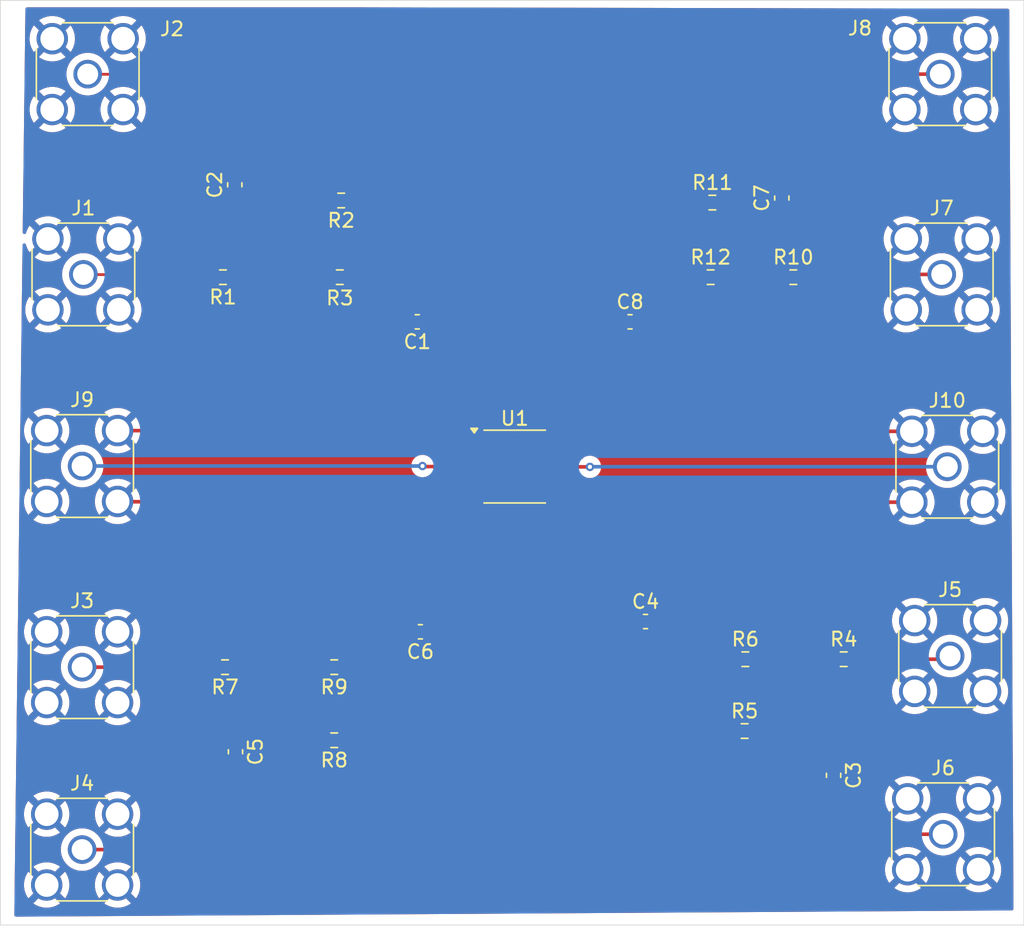
<source format=kicad_pcb>
(kicad_pcb
	(version 20241229)
	(generator "pcbnew")
	(generator_version "9.0")
	(general
		(thickness 1.6)
		(legacy_teardrops no)
	)
	(paper "A4")
	(layers
		(0 "F.Cu" power)
		(2 "B.Cu" signal)
		(9 "F.Adhes" user "F.Adhesive")
		(11 "B.Adhes" user "B.Adhesive")
		(13 "F.Paste" user)
		(15 "B.Paste" user)
		(5 "F.SilkS" user "F.Silkscreen")
		(7 "B.SilkS" user "B.Silkscreen")
		(1 "F.Mask" user)
		(3 "B.Mask" user)
		(17 "Dwgs.User" user "User.Drawings")
		(19 "Cmts.User" user "User.Comments")
		(21 "Eco1.User" user "User.Eco1")
		(23 "Eco2.User" user "User.Eco2")
		(25 "Edge.Cuts" user)
		(27 "Margin" user)
		(31 "F.CrtYd" user "F.Courtyard")
		(29 "B.CrtYd" user "B.Courtyard")
		(35 "F.Fab" user)
		(33 "B.Fab" user)
		(39 "User.1" user)
		(41 "User.2" user)
		(43 "User.3" user)
		(45 "User.4" user)
	)
	(setup
		(stackup
			(layer "F.SilkS"
				(type "Top Silk Screen")
			)
			(layer "F.Paste"
				(type "Top Solder Paste")
			)
			(layer "F.Mask"
				(type "Top Solder Mask")
				(thickness 0.01)
			)
			(layer "F.Cu"
				(type "copper")
				(thickness 0.035)
			)
			(layer "dielectric 1"
				(type "core")
				(thickness 1.51)
				(material "FR4")
				(epsilon_r 4.5)
				(loss_tangent 0.02)
			)
			(layer "B.Cu"
				(type "copper")
				(thickness 0.035)
			)
			(layer "B.Mask"
				(type "Bottom Solder Mask")
				(thickness 0.01)
			)
			(layer "B.Paste"
				(type "Bottom Solder Paste")
			)
			(layer "B.SilkS"
				(type "Bottom Silk Screen")
			)
			(copper_finish "None")
			(dielectric_constraints no)
		)
		(pad_to_mask_clearance 0)
		(allow_soldermask_bridges_in_footprints no)
		(tenting front back)
		(pcbplotparams
			(layerselection 0x00000000_00000000_55555555_5755f5ff)
			(plot_on_all_layers_selection 0x00000000_00000000_00000000_00000000)
			(disableapertmacros no)
			(usegerberextensions no)
			(usegerberattributes yes)
			(usegerberadvancedattributes yes)
			(creategerberjobfile yes)
			(dashed_line_dash_ratio 12.000000)
			(dashed_line_gap_ratio 3.000000)
			(svgprecision 4)
			(plotframeref no)
			(mode 1)
			(useauxorigin no)
			(hpglpennumber 1)
			(hpglpenspeed 20)
			(hpglpendiameter 15.000000)
			(pdf_front_fp_property_popups yes)
			(pdf_back_fp_property_popups yes)
			(pdf_metadata yes)
			(pdf_single_document no)
			(dxfpolygonmode yes)
			(dxfimperialunits yes)
			(dxfusepcbnewfont yes)
			(psnegative no)
			(psa4output no)
			(plot_black_and_white yes)
			(sketchpadsonfab no)
			(plotpadnumbers no)
			(hidednponfab no)
			(sketchdnponfab yes)
			(crossoutdnponfab yes)
			(subtractmaskfromsilk no)
			(outputformat 1)
			(mirror no)
			(drillshape 0)
			(scaleselection 1)
			(outputdirectory "")
		)
	)
	(net 0 "")
	(net 1 "Net-(J2-In)")
	(net 2 "Net-(U1A--)")
	(net 3 "GND")
	(net 4 "Net-(C2-Pad1)")
	(net 5 "Net-(C3-Pad1)")
	(net 6 "Net-(J6-In)")
	(net 7 "Net-(U1C--)")
	(net 8 "Net-(C5-Pad1)")
	(net 9 "Net-(J4-In)")
	(net 10 "Net-(U1B--)")
	(net 11 "Net-(C7-Pad1)")
	(net 12 "Net-(U1D--)")
	(net 13 "Net-(J8-In)")
	(net 14 "Net-(J1-In)")
	(net 15 "Net-(J5-In)")
	(net 16 "Net-(J3-In)")
	(net 17 "Net-(J7-In)")
	(net 18 "Net-(J9-In)")
	(net 19 "Net-(J10-In)")
	(footprint "Connector_Coaxial:SMA_Amphenol_132134_Vertical" (layer "F.Cu") (at 94.76 95.81))
	(footprint "Resistor_SMD:R_0603_1608Metric" (layer "F.Cu") (at 112.825 95.81 180))
	(footprint "Connector_Coaxial:SMA_Amphenol_132134_Vertical" (layer "F.Cu") (at 94.76 81.39))
	(footprint "Connector_Coaxial:SMA_Amphenol_132134_Vertical" (layer "F.Cu") (at 156.36 67.65))
	(footprint "Resistor_SMD:R_0603_1608Metric" (layer "F.Cu") (at 139.8 67.85))
	(footprint "Resistor_SMD:R_0603_1608Metric" (layer "F.Cu") (at 149.335 95.24))
	(footprint "Capacitor_SMD:C_0603_1608Metric" (layer "F.Cu") (at 119 93.275 180))
	(footprint "Resistor_SMD:R_0603_1608Metric" (layer "F.Cu") (at 139.925 62.5))
	(footprint "Resistor_SMD:R_0603_1608Metric" (layer "F.Cu") (at 145.725 67.85))
	(footprint "Connector_Coaxial:SMA_Amphenol_132134_Vertical" (layer "F.Cu") (at 95.16 53.29))
	(footprint "Capacitor_SMD:C_0603_1608Metric" (layer "F.Cu") (at 135.135 92.54))
	(footprint "Capacitor_SMD:C_0603_1608Metric" (layer "F.Cu") (at 148.61 103.565 -90))
	(footprint "Capacitor_SMD:C_0603_1608Metric" (layer "F.Cu") (at 144.9 62.175 90))
	(footprint "Resistor_SMD:R_0603_1608Metric" (layer "F.Cu") (at 112.825 101.05 180))
	(footprint "Capacitor_SMD:C_0603_1608Metric" (layer "F.Cu") (at 105.75 101.875 -90))
	(footprint "Connector_Coaxial:SMA_Amphenol_132134_Vertical" (layer "F.Cu") (at 156.46 107.79))
	(footprint "Connector_Coaxial:SMA_Amphenol_132134_Vertical" (layer "F.Cu") (at 94.85 67.65))
	(footprint "Connector_Coaxial:SMA_Amphenol_132134_Vertical" (layer "F.Cu") (at 156.96 95.01))
	(footprint "Resistor_SMD:R_0603_1608Metric" (layer "F.Cu") (at 142.285 95.24))
	(footprint "Connector_Coaxial:SMA_Amphenol_132134_Vertical" (layer "F.Cu") (at 156.76 81.44))
	(footprint "Resistor_SMD:R_0603_1608Metric" (layer "F.Cu") (at 113.325 62.35 180))
	(footprint "Capacitor_SMD:C_0603_1608Metric" (layer "F.Cu") (at 118.775 71.05 180))
	(footprint "Connector_Coaxial:SMA_Amphenol_132134_Vertical" (layer "F.Cu") (at 156.26 53.29))
	(footprint "Capacitor_SMD:C_0603_1608Metric" (layer "F.Cu") (at 105.7 61.225 90))
	(footprint "Resistor_SMD:R_0603_1608Metric" (layer "F.Cu") (at 113.225 67.85 180))
	(footprint "Resistor_SMD:R_0603_1608Metric" (layer "F.Cu") (at 104.85 67.85 180))
	(footprint "Package_SO:TSSOP-14_4.4x5mm_P0.65mm" (layer "F.Cu") (at 125.76 81.4275))
	(footprint "Resistor_SMD:R_0603_1608Metric" (layer "F.Cu") (at 105 95.81 180))
	(footprint "Capacitor_SMD:C_0603_1608Metric" (layer "F.Cu") (at 134.025 71.05))
	(footprint "Resistor_SMD:R_0603_1608Metric" (layer "F.Cu") (at 142.235 100.39))
	(footprint "Connector_Coaxial:SMA_Amphenol_132134_Vertical" (layer "F.Cu") (at 94.76 108.89))
	(gr_line
		(start 104 67.75)
		(end 94.85 67.65)
		(stroke
			(width 0.2)
			(type default)
		)
		(layer "F.Cu")
		(net 14)
		(uuid "c93df302-3dbe-4784-872b-baf691fec54a")
	)
	(gr_line
		(start 108.9 53.4)
		(end 95.16 53.29)
		(stroke
			(width 0.2)
			(type default)
		)
		(layer "F.Cu")
		(net 1)
		(uuid "f6d56054-bfbf-45bf-b0c0-1be1abf0b310")
	)
	(gr_rect
		(start 88.9 48)
		(end 162.25 114.3)
		(stroke
			(width 0.05)
			(type default)
		)
		(fill no)
		(layer "Edge.Cuts")
		(uuid "c6ac625f-5432-43f9-a6e6-96df31c2551e")
	)
	(segment
		(start 114.95 62.35)
		(end 119.55 66.95)
		(width 0.26)
		(layer "F.Cu")
		(net 1)
		(uuid "32db3b5c-75c3-4333-a3c8-6e3c301dc647")
	)
	(segment
		(start 122.8975 79.4775)
		(end 121.9275 79.4775)
		(width 0.26)
		(layer "F.Cu")
		(net 1)
		(uuid "398db868-2a47-4662-b598-e9d8efead7a3")
	)
	(segment
		(start 121.9275 79.4775)
		(end 119.55 77.1)
		(width 0.26)
		(layer "F.Cu")
		(net 1)
		(uuid "456b3c4e-0f72-45a8-a39d-465c7fb0cfe5")
	)
	(segment
		(start 114.15 58.65)
		(end 114.15 62.35)
		(width 0.26)
		(layer "F.Cu")
		(net 1)
		(uuid "49b6bb48-0aab-4ea8-b3e5-c13a1d5ac599")
	)
	(segment
		(start 108.94 53.44)
		(end 114.15 58.65)
		(width 0.26)
		(layer "F.Cu")
		(net 1)
		(uuid "6459b571-cca3-4a3c-899f-978210e37978")
	)
	(segment
		(start 119.55 66.95)
		(end 119.55 71.05)
		(width 0.26)
		(layer "F.Cu")
		(net 1)
		(uuid "a28c6d69-f970-4ae1-82e6-ec6a7de237e1")
	)
	(segment
		(start 114.15 62.35)
		(end 114.95 62.35)
		(width 0.26)
		(layer "F.Cu")
		(net 1)
		(uuid "b60db75e-cfd8-4b0c-8c3b-582d2dde312c")
	)
	(segment
		(start 119.55 77.1)
		(end 119.55 71.05)
		(width 0.26)
		(layer "F.Cu")
		(net 1)
		(uuid "e0d4da61-8544-4dce-9cd8-320b65f2ba02")
	)
	(segment
		(start 118 71.05)
		(end 118 76.55)
		(width 0.26)
		(layer "F.Cu")
		(net 2)
		(uuid "040be36c-a75a-4858-ad80-bf39851a5d09")
	)
	(segment
		(start 114.85 67.9)
		(end 118 71.05)
		(width 0.26)
		(layer "F.Cu")
		(net 2)
		(uuid "432c947c-fcdf-4f23-94a2-f4d6d0e10f29")
	)
	(segment
		(start 121.6 80.15)
		(end 123.275 80.15)
		(width 0.26)
		(layer "F.Cu")
		(net 2)
		(uuid "48b4cf46-0c82-4da3-b24e-f8cbdc9187d9")
	)
	(segment
		(start 118 76.55)
		(end 121.6 80.15)
		(width 0.26)
		(layer "F.Cu")
		(net 2)
		(uuid "aa829314-9d23-47b6-9d63-fcd10b43437f")
	)
	(segment
		(start 114.05 67.9)
		(end 114.85 67.9)
		(width 0.26)
		(layer "F.Cu")
		(net 2)
		(uuid "d0f48c82-9e47-46f1-9250-889c3661f575")
	)
	(segment
		(start 132.4 78.9)
		(end 154.22 78.9)
		(width 0.26)
		(layer "F.Cu")
		(net 3)
		(uuid "09c32b07-e6d3-455e-835d-caa50ad477ef")
	)
	(segment
		(start 118.45 83.95)
		(end 97.32 83.95)
		(width 0.26)
		(layer "F.Cu")
		(net 3)
		(uuid "299910f4-6270-49e3-824a-7c33c39fe156")
	)
	(segment
		(start 128.6225 82.0775)
		(end 130.3775 82.0775)
		(width 0.26)
		(layer "F.Cu")
		(net 3)
		(uuid "30a91336-cc55-47fd-bc3a-34b8acb506de")
	)
	(segment
		(start 122.8975 82.0775)
		(end 120.3225 82.0775)
		(width 0.26)
		(layer "F.Cu")
		(net 3)
		(uuid "3c5d7d35-e30d-4a5b-aa54-6f72cf977d25")
	)
	(segment
		(start 120.3275 80.7775)
		(end 118.4 78.85)
		(width 0.26)
		(layer "F.Cu")
		(net 3)
		(uuid "68ebb86c-fffc-411b-b5fe-9e5b2ba2e902")
	)
	(segment
		(start 118.4 78.85)
		(end 97.3 78.85)
		(width 0.26)
		(layer "F.Cu")
		(net 3)
		(uuid "75135291-8bc3-4211-8eca-07b1aa38015d")
	)
	(segment
		(start 130.3775 82.0775)
		(end 132.28 83.98)
		(width 0.26)
		(layer "F.Cu")
		(net 3)
		(uuid "8c661c54-a94c-4e99-a075-cbe41fea65aa")
	)
	(segment
		(start 97.32 83.95)
		(end 97.3 83.93)
		(width 0.26)
		(layer "F.Cu")
		(net 3)
		(uuid "8cc3720a-7575-4fba-943f-37bc74f9a3e0")
	)
	(segment
		(start 132.28 83.98)
		(end 154.22 83.98)
		(width 0.26)
		(layer "F.Cu")
		(net 3)
		(uuid "cc48427b-e8a9-4626-ac1f-246bc11f731d")
	)
	(segment
		(start 130.5225 80.7775)
		(end 132.4 78.9)
		(width 0.26)
		(layer "F.Cu")
		(net 3)
		(uuid "d25a69bb-7057-4b25-938a-c08777b03601")
	)
	(segment
		(start 122.8975 80.7775)
		(end 120.3275 80.7775)
		(width 0.26)
		(layer "F.Cu")
		(net 3)
		(uuid "dfa51622-2bcb-45cf-afa2-d72b67cedaa5")
	)
	(segment
		(start 120.3225 82.0775)
		(end 118.45 83.95)
		(width 0.26)
		(layer "F.Cu")
		(net 3)
		(uuid "e25e5a8b-f47d-4299-b08a-a07c14e16b25")
	)
	(segment
		(start 128.6225 80.7775)
		(end 130.5225 80.7775)
		(width 0.26)
		(layer "F.Cu")
		(net 3)
		(uuid "eb5e4978-6cd3-48dd-bd9e-89eb98eb569c")
	)
	(segment
		(start 105.675 67.75)
		(end 105.675 62.025)
		(width 0.26)
		(layer "F.Cu")
		(net 4)
		(uuid "0dd942e3-9686-4d94-aade-f9eabb3ca71a")
	)
	(segment
		(start 105.675 67.75)
		(end 112.25 67.75)
		(width 0.26)
		(layer "F.Cu")
		(net 4)
		(uuid "2cd44adf-1d06-47c8-8343-04aacd279ad6")
	)
	(segment
		(start 112.4 67.9)
		(end 112.4 62.45)
		(width 0.26)
		(layer "F.Cu")
		(net 4)
		(uuid "316575f1-9092-41ab-ab54-f0d156da4640")
	)
	(segment
		(start 112.25 67.75)
		(end 112.4 67.9)
		(width 0.26)
		(layer "F.Cu")
		(net 4)
		(uuid "55abda9c-3e0a-4bff-8e67-abb55d5d3aca")
	)
	(segment
		(start 112.4 62.45)
		(end 112.5 62.35)
		(width 0.26)
		(layer "F.Cu")
		(net 4)
		(uuid "6024421f-f85e-413d-899b-4c55c515e809")
	)
	(segment
		(start 105.675 62.025)
		(end 105.7 62)
		(width 0.26)
		(layer "F.Cu")
		(net 4)
		(uuid "78e2b80a-d9d9-4c3d-b910-1690610aa445")
	)
	(segment
		(start 148.51 95.24)
		(end 143.11 95.24)
		(width 0.26)
		(layer "F.Cu")
		(net 5)
		(uuid "3b923fab-c8bb-4f40-a765-d7f341419199")
	)
	(segment
		(start 143.11 95.24)
		(end 143.11 100.34)
		(width 0.26)
		(layer "F.Cu")
		(net 5)
		(uuid "41c6b65c-dab2-4d76-bdf8-5f44c22462e9")
	)
	(segment
		(start 143.11 100.34)
		(end 143.06 100.39)
		(width 0.26)
		(layer "F.Cu")
		(net 5)
		(uuid "4c850fbd-e8e2-4d53-8a3d-2316b4ca026a")
	)
	(segment
		(start 148.51 95.24)
		(end 148.51 102.69)
		(width 0.26)
		(layer "F.Cu")
		(net 5)
		(uuid "e94b70b6-76c4-4e4e-87b9-cfac6a57135d")
	)
	(segment
		(start 148.51 102.69)
		(end 148.61 102.79)
		(width 0.26)
		(layer "F.Cu")
		(net 5)
		(uuid "ffab67a1-3312-46d9-bc24-cfc88b5e1fa1")
	)
	(segment
		(start 141.41 103.21)
		(end 145.99 107.79)
		(width 0.26)
		(layer "F.Cu")
		(net 6)
		(uuid "0ddc926f-3ea1-4a4f-87be-ce1abd06d7cd")
	)
	(segment
		(start 145.99 107.79)
		(end 156.46 107.79)
		(width 0.26)
		(layer "F.Cu")
		(net 6)
		(uuid "3624db21-0655-4ec9-980e-7591dd6ed7da")
	)
	(segment
		(start 134.36 92.54)
		(end 134.36 88.1)
		(width 0.26)
		(layer "F.Cu")
		(net 6)
		(uuid "4ccaed38-c16f-47e3-81ad-68de5eca5be5")
	)
	(segment
		(start 141.41 100.39)
		(end 141.41 99.59)
		(width 0.26)
		(layer "F.Cu")
		(net 6)
		(uuid "5ef7f3ab-5359-464d-a1a1-2d7f9f57ca9f")
	)
	(segment
		(start 141.41 99.59)
		(end 134.36 92.54)
		(width 0.26)
		(layer "F.Cu")
		(net 6)
		(uuid "9ce34036-e983-483a-948b-451c69b1736e")
	)
	(segment
		(start 128.6225 83.3775)
		(end 129.6775 83.3775)
		(width 0.26)
		(layer "F.Cu")
		(net 6)
		(uuid "a15c7054-6fb9-4e46-9a48-259f6d816720")
	)
	(segment
		(start 141.41 100.39)
		(end 141.41 103.21)
		(width 0.26)
		(layer "F.Cu")
		(net 6)
		(uuid "b029b7a2-d70f-40ff-8c39-5e72971c292f")
	)
	(segment
		(start 129.6775 83.3775)
		(end 134.36 88.06)
		(width 0.26)
		(layer "F.Cu")
		(net 6)
		(uuid "d6fd74ef-2632-4367-a73e-1c960c175ced")
	)
	(segment
		(start 134.36 88.06)
		(end 134.36 88.1)
		(width 0.26)
		(layer "F.Cu")
		(net 6)
		(uuid "ffdcca25-e275-4a50-a566-8a1af7ab9dea")
	)
	(segment
		(start 138.61 95.24)
		(end 135.91 92.54)
		(width 0.26)
		(layer "F.Cu")
		(net 7)
		(uuid "05c30ee7-c490-469d-87e8-6adcf7cfb8da")
	)
	(segment
		(start 129.8775 82.7275)
		(end 128.6225 82.7275)
		(width 0.26)
		(layer "F.Cu")
		(net 7)
		(uuid "18cff95d-bb72-4f00-a3d1-eda9354104ec")
	)
	(segment
		(start 135.91 88.76)
		(end 129.8775 82.7275)
		(width 0.26)
		(layer "F.Cu")
		(net 7)
		(uuid "59114971-31dc-4ba0-a775-bd556010c1af")
	)
	(segment
		(start 135.91 92.54)
		(end 135.91 88.76)
		(width 0.26)
		(layer "F.Cu")
		(net 7)
		(uuid "670a23ab-6e3e-48b7-92f9-a7a7cb4b2c49")
	)
	(segment
		(start 141.46 95.24)
		(end 138.61 95.24)
		(width 0.26)
		(layer "F.Cu")
		(net 7)
		(uuid "e3862494-2ecb-4f7c-a0f9-fa0de88c56a3")
	)
	(segment
		(start 105.825 95.81)
		(end 112 95.81)
		(width 0.26)
		(layer "F.Cu")
		(net 8)
		(uuid "452d9b6a-15eb-41ce-9f31-eb24cb6ae912")
	)
	(segment
		(start 112 96)
		(end 112 101.05)
		(width 0.26)
		(layer "F.Cu")
		(net 8)
		(uuid "676b0d12-f157-4b91-84bd-66b814b01563")
	)
	(segment
		(start 105.825 95.81)
		(end 105.825 96)
		(width 0.26)
		(layer "F.Cu")
		(net 8)
		(uuid "86f7e300-51eb-4ec5-aab4-b3298332f80c")
	)
	(segment
		(start 105.75 96.075)
		(end 105.75 101.1)
		(width 0.26)
		(layer "F.Cu")
		(net 8)
		(uuid "b67e79e3-cf18-452b-a6ad-ada895c19613")
	)
	(segment
		(start 105.825 96)
		(end 105.75 96.075)
		(width 0.26)
		(layer "F.Cu")
		(net 8)
		(uuid "f3d958a5-1944-4573-a1ed-de412425fc5f")
	)
	(segment
		(start 106 96.175)
		(end 105.825 96)
		(width 0.26)
		(layer "F.Cu")
		(net 8)
		(uuid "f5988d65-dac3-4bee-a238-47b7be272a77")
	)
	(segment
		(start 119.775 93.275)
		(end 119.775 84.875)
		(width 0.26)
		(layer "F.Cu")
		(net 9)
		(uuid "19ef5444-5523-41f7-ba15-c377084f7b7e")
	)
	(segment
		(start 119.775 93.275)
		(end 119.775 97.125)
		(width 0.26)
		(layer "F.Cu")
		(net 9)
		(uuid "1ddc2bab-9528-4c7a-b0f6-0e154d4553b5")
	)
	(segment
		(start 121.2725 83.3775)
		(end 122.8975 83.3775)
		(width 0.26)
		(layer "F.Cu")
		(net 9)
		(uuid "453cefd6-f50b-49af-9270-523f085e5e45")
	)
	(segment
		(start 115.85 101.05)
		(end 113.65 101.05)
		(width 0.26)
		(layer "F.Cu")
		(net 9)
		(uuid "6dea92ef-d99d-485c-8255-e97b5c14406f")
	)
	(segment
		(start 113.65 101.05)
		(end 113.65 103.6)
		(width 0.26)
		(layer "F.Cu")
		(net 9)
		(uuid "7910ac27-5156-4150-b4e9-39c3d377925d")
	)
	(segment
		(start 119.775 84.875)
		(end 121.2725 83.3775)
		(width 0.26)
		(layer "F.Cu")
		(net 9)
		(uuid "8750a1ca-5900-4ce6-b423-f6d7c37f0bc6")
	)
	(segment
		(start 119.775 97.125)
		(end 115.85 101.05)
		(width 0.26)
		(layer "F.Cu")
		(net 9)
		(uuid "dc2b4a48-70ef-4b19-8d98-d026fb08521d")
	)
	(segment
		(start 113.65 103.6)
		(end 108.36 108.89)
		(width 0.26)
		(layer "F.Cu")
		(net 9)
		(uuid "e71410fc-97c2-43ac-afcb-ea01c63904ee")
	)
	(segment
		(start 108.36 108.89)
		(end 94.76 108.89)
		(width 0.26)
		(layer "F.Cu")
		(net 9)
		(uuid "ea23875a-c24e-4686-9ff5-811685db8297")
	)
	(segment
		(start 121.1 82.75)
		(end 118.225 85.625)
		(width 0.26)
		(layer "F.Cu")
		(net 10)
		(uuid "024f9917-bfbe-4210-9b98-8858023b4858")
	)
	(segment
		(start 118.225 85.625)
		(end 118.225 93.275)
		(width 0.26)
		(layer "F.Cu")
		(net 10)
		(uuid "13a38e4d-6385-4e45-8f1f-032fe1a06474")
	)
	(segment
		(start 123.275 82.75)
		(end 121.1 82.75)
		(width 0.26)
		(layer "F.Cu")
		(net 10)
		(uuid "15ca8429-096b-41f3-975f-60ca3c127a43")
	)
	(segment
		(start 113.65 96)
		(end 115.5 96)
		(width 0.26)
		(layer "F.Cu")
		(net 10)
		(uuid "1a6f9b42-bdf7-4815-8081-46fc663eb348")
	)
	(segment
		(start 115.5 96)
		(end 118.225 93.275)
		(width 0.26)
		(layer "F.Cu")
		(net 10)
		(uuid "d29831e9-5b33-4d72-ba1e-9d575267ef40")
	)
	(segment
		(start 140.75 67.725)
		(end 140.625 67.85)
		(width 0.26)
		(layer "F.Cu")
		(net 11)
		(uuid "24395645-8585-403b-8000-9267edecbca9")
	)
	(segment
		(start 144.9 67.85)
		(end 144.9 62.95)
		(width 0.26)
		(layer "F.Cu")
		(net 11)
		(uuid "54b37aef-8f6f-4bda-b64c-359aaf0f1124")
	)
	(segment
		(start 140.75 62.5)
		(end 140.75 67.725)
		(width 0.26)
		(layer "F.Cu")
		(net 11)
		(uuid "56e29571-f48a-45cc-b7fa-d1021d737172")
	)
	(segment
		(start 140.625 67.85)
		(end 144.9 67.85)
		(width 0.26)
		(layer "F.Cu")
		(net 11)
		(uuid "a26864c3-320f-4516-a591-fe3d8e7eebc3")
	)
	(segment
		(start 130.2225 80.1275)
		(end 128.6225 80.1275)
		(width 0.26)
		(layer "F.Cu")
		(net 12)
		(uuid "0d42a306-f3fb-4cf5-bb35-521bc7689a32")
	)
	(segment
		(start 138.975 67.85)
		(end 138 67.85)
		(width 0.26)
		(layer "F.Cu")
		(net 12)
		(uuid "0ef40274-24b3-43d5-bd14-603a07bd1ba3")
	)
	(segment
		(start 134.8 71.05)
		(end 134.8 75.55)
		(width 0.26)
		(layer "F.Cu")
		(net 12)
		(uuid "385602fe-da8e-438d-afcf-7abe5d208c40")
	)
	(segment
		(start 138 67.85)
		(end 134.8 71.05)
		(width 0.26)
		(layer "F.Cu")
		(net 12)
		(uuid "40047aa3-82a7-46ab-b1a6-8d05c8c04831")
	)
	(segment
		(start 134.8 75.55)
		(end 130.2225 80.1275)
		(width 0.26)
		(layer "F.Cu")
		(net 12)
		(uuid "c1f4dd2a-0e28-4312-921c-d3179781b67d")
	)
	(segment
		(start 133.25 76.2)
		(end 133.25 71.05)
		(width 0.26)
		(layer "F.Cu")
		(net 13)
		(uuid "102251ba-7c90-4dd7-b8f9-0297d5d87de7")
	)
	(segment
		(start 133.25 68.35)
		(end 139.1 62.5)
		(width 0.26)
		(layer "F.Cu")
		(net 13)
		(uuid "4887e39a-3950-4369-aed4-7cd7ea1288ee")
	)
	(segment
		(start 129.9725 79.4775)
		(end 133.25 76.2)
		(width 0.26)
		(layer "F.Cu")
		(net 13)
		(uuid "638dec03-5d27-4188-a47a-4c9f9de36527")
	)
	(segment
		(start 156.26 53.29)
		(end 144.11 53.29)
		(width 0.26)
		(layer "F.Cu")
		(net 13)
		(uuid "69cf83b0-64fd-4240-8df9-515bbbfe5387")
	)
	(segment
		(start 128.6225 79.4775)
		(end 129.9725 79.4775)
		(width 0.26)
		(layer "F.Cu")
		(net 13)
		(uuid "8feda27a-254a-4e21-b119-76aa47f5ef9c")
	)
	(segment
		(start 144.11 53.29)
		(end 139.1 58.3)
		(width 0.26)
		(layer "F.Cu")
		(net 13)
		(uuid "a707be81-d5fb-41b9-9392-544a4abb29b1")
	)
	(segment
		(start 133.25 71.05)
		(end 133.25 68.35)
		(width 0.26)
		(layer "F.Cu")
		(net 13)
		(uuid "a7ace084-164a-4f74-9577-dfcde0aae63b")
	)
	(segment
		(start 139.1 58.3)
		(end 139.1 62.5)
		(width 0.26)
		(layer "F.Cu")
		(net 13)
		(uuid "a95c9e89-8284-49aa-9455-b2e70faa0888")
	)
	(segment
		(start 103.975 67.8)
		(end 104.025 67.75)
		(width 0.26)
		(layer "F.Cu")
		(net 14)
		(uuid "a252b30d-feba-4b81-88f4-dbc2af20432b")
	)
	(segment
		(start 156.73 95.24)
		(end 156.96 95.01)
		(width 0.26)
		(layer "F.Cu")
		(net 15)
		(uuid "13f57b95-07a2-4242-bebf-097b74a0cbc2")
	)
	(segment
		(start 150.2 95.2)
		(end 150.16 95.24)
		(width 0.26)
		(layer "F.Cu")
		(net 15)
		(uuid "38674f04-7d9a-4a16-80de-81ed90cfb4ba")
	)
	(segment
		(start 150.16 95.24)
		(end 156.73 95.24)
		(width 0.26)
		(layer "F.Cu")
		(net 15)
		(uuid "e179397e-39b3-483d-81ff-3d3afc653843")
	)
	(segment
		(start 94.76 95.81)
		(end 103.985 95.81)
		(width 0.26)
		(layer "F.Cu")
		(net 16)
		(uuid "27e11637-c9b7-40a2-a8b7-fb59c76a67da")
	)
	(segment
		(start 103.985 95.81)
		(end 104.175 96)
		(width 0.26)
		(layer "F.Cu")
		(net 16)
		(uuid "2fbb6967-d8f0-4431-a4a0-d51c4e870860")
	)
	(segment
		(start 146.75 67.65)
		(end 146.55 67.85)
		(width 0.26)
		(layer "F.Cu")
		(net 17)
		(uuid "711e83fa-241e-4384-aa76-84729076751b")
	)
	(segment
		(start 156.36 67.65)
		(end 146.75 67.65)
		(width 0.26)
		(layer "F.Cu")
		(net 17)
		(uuid "c73d8729-5895-4ce7-837f-f4734c168f24")
	)
	(segment
		(start 122.8975 81.4275)
		(end 119.1875 81.4275)
		(width 0.26)
		(layer "F.Cu")
		(net 18)
		(uuid "51cea705-9933-43e9-be78-ab8cbac07a41")
	)
	(segment
		(start 119.21 81.45)
		(end 119.15 81.39)
		(width 0.26)
		(layer "F.Cu")
		(net 18)
		(uuid "85817b5c-3208-4839-ada8-010f88429643")
	)
	(segment
		(start 119.1875 81.4275)
		(end 119.15 81.39)
		(width 0.26)
		(layer "F.Cu")
		(net 18)
		(uuid "ebd74269-8270-4726-8896-9838f5e9483e")
	)
	(via
		(at 119.15 81.39)
		(size 0.6)
		(drill 0.3)
		(layers "F.Cu" "B.Cu")
		(net 18)
		(uuid "bd604147-58d7-4fb8-9a44-b3aaea222439")
	)
	(segment
		(start 119.15 81.39)
		(end 94.76 81.39)
		(width 0.26)
		(layer "B.Cu")
		(net 18)
		(uuid "73576af1-278b-485d-9832-a0926cf7352d")
	)
	(segment
		(start 129 81.45)
		(end 131.15 81.45)
		(width 0.26)
		(layer "F.Cu")
		(net 19)
		(uuid "b4e2791c-d62e-4c79-8379-316773a16d92")
	)
	(via
		(at 131.15 81.45)
		(size 0.6)
		(drill 0.3)
		(layers "F.Cu" "B.Cu")
		(net 19)
		(uuid "1886db5e-5809-4284-a28f-d9e65ef87dfd")
	)
	(segment
		(start 131.16 81.44)
		(end 131.15 81.45)
		(width 0.26)
		(layer "B.Cu")
		(net 19)
		(uuid "392548ed-0671-46c9-be8c-6f473e099e5a")
	)
	(segment
		(start 156.76 81.44)
		(end 131.16 81.44)
		(width 0.26)
		(layer "B.Cu")
		(net 19)
		(uuid "cfda7d1a-d7f1-43e0-9a9c-1c41f656a8ab")
	)
	(zone
		(net 3)
		(net_name "GND")
		(layers "F.Cu" "B.Cu")
		(uuid "6dd0ab3f-b01b-46d3-9d0a-c30472559d8d")
		(hatch edge 0.5)
		(connect_pads
			(clearance 0.5)
		)
		(min_thickness 0.25)
		(filled_areas_thickness no)
		(fill yes
			(thermal_gap 0.5)
			(thermal_bridge_width 0.5)
		)
		(polygon
			(pts
				(xy 90.7 48.45) (xy 161.2 48.6) (xy 161.5 113.25) (xy 89.9 113.7)
			)
		)
		(filled_polygon
			(layer "F.Cu")
			(pts
				(xy 161.076839 48.599737) (xy 161.143833 48.619564) (xy 161.189476 48.672466) (xy 161.200571 48.723162)
				(xy 161.499425 113.126205) (xy 161.480051 113.193335) (xy 161.42746 113.239334) (xy 161.376205 113.250778)
				(xy 90.026318 113.699206) (xy 89.959156 113.679943) (xy 89.913071 113.627427) (xy 89.901548 113.57369)
				(xy 89.929399 111.30211) (xy 90.595 111.30211) (xy 90.595 111.557889) (xy 90.635013 111.810523)
				(xy 90.714051 112.053781) (xy 90.714052 112.053784) (xy 90.830175 112.281686) (xy 90.90785 112.388595)
				(xy 90.90785 112.388596) (xy 91.465884 111.830561) (xy 91.46674 111.832626) (xy 91.559762 111.971844)
				(xy 91.678156 112.090238) (xy 91.817374 112.18326) (xy 91.819437 112.184114) (xy 91.261402 112.742148)
				(xy 91.368313 112.819824) (xy 91.596215 112.935947) (xy 91.596218 112.935948) (xy 91.839476 113.014986)
				(xy 92.092111 113.055) (xy 92.347889 113.055) (xy 92.600523 113.014986) (xy 92.843781 112.935948)
				(xy 92.843784 112.935947) (xy 93.071685 112.819825) (xy 93.178595 112.742148) (xy 93.178596 112.742148)
				(xy 92.620562 112.184114) (xy 92.622626 112.18326) (xy 92.761844 112.090238) (xy 92.880238 111.971844)
				(xy 92.97326 111.832626) (xy 92.974114 111.830562) (xy 93.532148 112.388596) (xy 93.532148 112.388595)
				(xy 93.609825 112.281685) (xy 93.725947 112.053784) (xy 93.725948 112.053781) (xy 93.804986 111.810523)
				(xy 93.845 111.557889) (xy 93.845 111.30211) (xy 95.675 111.30211) (xy 95.675 111.557889) (xy 95.715013 111.810523)
				(xy 95.794051 112.053781) (xy 95.794052 112.053784) (xy 95.910175 112.281686) (xy 95.98785 112.388595)
				(xy 95.98785 112.388596) (xy 96.545884 111.830561) (xy 96.54674 111.832626) (xy 96.639762 111.971844)
				(xy 96.758156 112.090238) (xy 96.897374 112.18326) (xy 96.899437 112.184114) (xy 96.341402 112.742148)
				(xy 96.448313 112.819824) (xy 96.676215 112.935947) (xy 96.676218 112.935948) (xy 96.919476 113.014986)
				(xy 97.172111 113.055) (xy 97.427889 113.055) (xy 97.680523 113.014986) (xy 97.923781 112.935948)
				(xy 97.923784 112.935947) (xy 98.151685 112.819825) (xy 98.258595 112.742148) (xy 98.258596 112.742148)
				(xy 97.700562 112.184114) (xy 97.702626 112.18326) (xy 97.841844 112.090238) (xy 97.960238 111.971844)
				(xy 98.05326 111.832626) (xy 98.054114 111.830562) (xy 98.612148 112.388596) (xy 98.612148 112.388595)
				(xy 98.689825 112.281685) (xy 98.805947 112.053784) (xy 98.805948 112.053781) (xy 98.884986 111.810523)
				(xy 98.922212 111.575491) (xy 98.922212 111.57549) (xy 98.925 111.557887) (xy 98.925 111.30211)
				(xy 98.884986 111.049476) (xy 98.805948 110.806218) (xy 98.805947 110.806215) (xy 98.689824 110.578313)
				(xy 98.612148 110.471403) (xy 98.612148 110.471402) (xy 98.054114 111.029436) (xy 98.05326 111.027374)
				(xy 97.960238 110.888156) (xy 97.841844 110.769762) (xy 97.702626 110.67674) (xy 97.70056 110.675884)
				(xy 98.174336 110.20211) (xy 152.295 110.20211) (xy 152.295 110.457889) (xy 152.335013 110.710523)
				(xy 152.414051 110.953781) (xy 152.414052 110.953784) (xy 152.530175 111.181686) (xy 152.60785 111.288595)
				(xy 152.60785 111.288596) (xy 153.165884 110.730561) (xy 153.16674 110.732626) (xy 153.259762 110.871844)
				(xy 153.378156 110.990238) (xy 153.517374 111.08326) (xy 153.519437 111.084114) (xy 152.961402 111.642148)
				(xy 153.068313 111.719824) (xy 153.296215 111.835947) (xy 153.296218 111.835948) (xy 153.539476 111.914986)
				(xy 153.792111 111.955) (xy 154.047889 111.955) (xy 154.300523 111.914986) (xy 154.543781 111.835948)
				(xy 154.543784 111.835947) (xy 154.771685 111.719825) (xy 154.878595 111.642148) (xy 154.878596 111.642148)
				(xy 154.320562 111.084114) (xy 154.322626 111.08326) (xy 154.461844 110.990238) (xy 154.580238 110.871844)
				(xy 154.67326 110.732626) (xy 154.674114 110.730562) (xy 155.232148 111.288596) (xy 155.232148 111.288595)
				(xy 155.309825 111.181685) (xy 155.425947 110.953784) (xy 155.425948 110.953781) (xy 155.504986 110.710523)
				(xy 155.545 110.457889) (xy 155.545 110.20211) (xy 157.375 110.20211) (xy 157.375 110.457889) (xy 157.415013 110.710523)
				(xy 157.494051 110.953781) (xy 157.494052 110.953784) (xy 157.610175 111.181686) (xy 157.68785 111.288595)
				(xy 157.68785 111.288596) (xy 158.245884 110.730561) (xy 158.24674 110.732626) (xy 158.339762 110.871844)
				(xy 158.458156 110.990238) (xy 158.597374 111.08326) (xy 158.599437 111.084114) (xy 158.041402 111.642148)
				(xy 158.148313 111.719824) (xy 158.376215 111.835947) (xy 158.376218 111.835948) (xy 158.619476 111.914986)
				(xy 158.872111 111.955) (xy 159.127889 111.955) (xy 159.380523 111.914986) (xy 159.623781 111.835948)
				(xy 159.623784 111.835947) (xy 159.851685 111.719825) (xy 159.958595 111.642148) (xy 159.958596 111.642148)
				(xy 159.400562 111.084114) (xy 159.402626 111.08326) (xy 159.541844 110.990238) (xy 159.660238 110.871844)
				(xy 159.75326 110.732626) (xy 159.754114 110.730562) (xy 160.312148 111.288596) (xy 160.312148 111.288595)
				(xy 160.389825 111.181685) (xy 160.505947 110.953784) (xy 160.505948 110.953781) (xy 160.584986 110.710523)
				(xy 160.625 110.457889) (xy 160.625 110.20211) (xy 160.584986 109.949476) (xy 160.505948 109.706218)
				(xy 160.505947 109.706215) (xy 160.389824 109.478313) (xy 160.312148 109.371403) (xy 160.312148 109.371402)
				(xy 159.754114 109.929436) (xy 159.75326 109.927374) (xy 159.660238 109.788156) (xy 159.541844 109.669762)
				(xy 159.402626 109.57674) (xy 159.40056 109.575884) (xy 159.958596 109.01785) (xy 159.851686 108.940175)
				(xy 159.623784 108.824052) (xy 159.623781 108.824051) (xy 159.380523 108.745013) (xy 159.127889 108.705)
				(xy 158.872111 108.705) (xy 158.619476 108.745013) (xy 158.376218 108.824051) (xy 158.376215 108.824052)
				(xy 158.14831 108.940177) (xy 158.041403 109.017849) (xy 158.041402 109.01785) (xy 158.599437 109.575885)
				(xy 158.597374 109.57674) (xy 158.458156 109.669762) (xy 158.339762 109.788156) (xy 158.24674 109.927374)
				(xy 158.245885 109.929437) (xy 157.68785 109.371402) (xy 157.687849 109.371403) (xy 157.610177 109.47831)
				(xy 157.494052 109.706215) (xy 157.494051 109.706218) (xy 157.415013 109.949476) (xy 157.375 110.20211)
				(xy 155.545 110.20211) (xy 155.504986 109.949476) (xy 155.425948 109.706218) (xy 155.425947 109.706215)
				(xy 155.309824 109.478313) (xy 155.232148 109.371403) (xy 155.232148 109.371402) (xy 154.674114 109.929436)
				(xy 154.67326 109.927374) (xy 154.580238 109.788156) (xy 154.461844 109.669762) (xy 154.322626 109.57674)
				(xy 154.32056 109.575884) (xy 154.878596 109.01785) (xy 154.771686 108.940175) (xy 154.543784 108.824052)
				(xy 154.543781 108.824051) (xy 154.300523 108.745013) (xy 154.047889 108.705) (xy 153.792111 108.705)
				(xy 153.539476 108.745013) (xy 153.296218 108.824051) (xy 153.296215 108.824052) (xy 153.06831 108.940177)
				(xy 152.961403 109.017849) (xy 152.961402 109.01785) (xy 153.519437 109.575885) (xy 153.517374 109.57674)
				(xy 153.378156 109.669762) (xy 153.259762 109.788156) (xy 153.16674 109.927374) (xy 153.165885 109.929437)
				(xy 152.60785 109.371402) (xy 152.607849 109.371403) (xy 152.530177 109.47831) (xy 152.414052 109.706215)
				(xy 152.414051 109.706218) (xy 152.335013 109.949476) (xy 152.295 110.20211) (xy 98.174336 110.20211)
				(xy 98.258596 110.11785) (xy 98.151686 110.040175) (xy 97.923784 109.924052) (xy 97.923781 109.924051)
				(xy 97.680523 109.845013) (xy 97.427889 109.805) (xy 97.172111 109.805) (xy 96.919476 109.845013)
				(xy 96.676218 109.924051) (xy 96.676215 109.924052) (xy 96.44831 110.040177) (xy 96.341403 110.117849)
				(xy 96.341402 110.11785) (xy 96.899437 110.675885) (xy 96.897374 110.67674) (xy 96.758156 110.769762)
				(xy 96.639762 110.888156) (xy 96.54674 111.027374) (xy 96.545885 111.029437) (xy 95.98785 110.471402)
				(xy 95.987849 110.471403) (xy 95.910177 110.57831) (xy 95.794052 110.806215) (xy 95.794051 110.806218)
				(xy 95.715013 111.049476) (xy 95.675 111.30211) (xy 93.845 111.30211) (xy 93.804986 111.049476)
				(xy 93.725948 110.806218) (xy 93.725947 110.806215) (xy 93.609824 110.578313) (xy 93.532148 110.471403)
				(xy 93.532148 110.471402) (xy 92.974114 111.029436) (xy 92.97326 111.027374) (xy 92.880238 110.888156)
				(xy 92.761844 110.769762) (xy 92.622626 110.67674) (xy 92.62056 110.675884) (xy 93.178596 110.11785)
				(xy 93.071686 110.040175) (xy 92.843784 109.924052) (xy 92.843781 109.924051) (xy 92.600523 109.845013)
				(xy 92.347889 109.805) (xy 92.092111 109.805) (xy 91.839476 109.845013) (xy 91.596218 109.924051)
				(xy 91.596215 109.924052) (xy 91.36831 110.040177) (xy 91.261403 110.117849) (xy 91.261402 110.11785)
				(xy 91.819437 110.675885) (xy 91.817374 110.67674) (xy 91.678156 110.769762) (xy 91.559762 110.888156)
				(xy 91.46674 111.027374) (xy 91.465885 111.029437) (xy 90.90785 110.471402) (xy 90.907849 110.471403)
				(xy 90.830177 110.57831) (xy 90.714052 110.806215) (xy 90.714051 110.806218) (xy 90.635013 111.049476)
				(xy 90.595 111.30211) (xy 89.929399 111.30211) (xy 89.991683 106.22211) (xy 90.595 106.22211) (xy 90.595 106.477889)
				(xy 90.635013 106.730523) (xy 90.714051 106.973781) (xy 90.714052 106.973784) (xy 90.830175 107.201686)
				(xy 90.90785 107.308595) (xy 90.90785 107.308596) (xy 91.465884 106.750561) (xy 91.46674 106.752626)
				(xy 91.559762 106.891844) (xy 91.678156 107.010238) (xy 91.817374 107.10326) (xy 91.819437 107.104114)
				(xy 91.261402 107.662148) (xy 91.368313 107.739824) (xy 91.596215 107.855947) (xy 91.596218 107.855948)
				(xy 91.839476 107.934986) (xy 92.092111 107.975) (xy 92.347889 107.975) (xy 92.600523 107.934986)
				(xy 92.843781 107.855948) (xy 92.843784 107.855947) (xy 93.071685 107.739825) (xy 93.178595 107.662148)
				(xy 93.178596 107.662148) (xy 92.620562 107.104114) (xy 92.622626 107.10326) (xy 92.761844 107.010238)
				(xy 92.880238 106.891844) (xy 92.97326 106.752626) (xy 92.974114 106.750562) (xy 93.532148 107.308596)
				(xy 93.532148 107.308595) (xy 93.609825 107.201685) (xy 93.725947 106.973784) (xy 93.725948 106.973781)
				(xy 93.804986 106.730523) (xy 93.845 106.477889) (xy 93.845 106.22211) (xy 95.675 106.22211) (xy 95.675 106.477889)
				(xy 95.715013 106.730523) (xy 95.794051 106.973781) (xy 95.794052 106.973784) (xy 95.910175 107.201686)
				(xy 95.98785 107.308595) (xy 95.98785 107.308596) (xy 96.545884 106.750561) (xy 96.54674 106.752626)
				(xy 96.639762 106.891844) (xy 96.758156 107.010238) (xy 96.897374 107.10326) (xy 96.899437 107.104114)
				(xy 96.341402 107.662148) (xy 96.448313 107.739824) (xy 96.676215 107.855947) (xy 96.676218 107.855948)
				(xy 96.919476 107.934986) (xy 97.172111 107.975) (xy 97.427889 107.975) (xy 97.680523 107.934986)
				(xy 97.923781 107.855948) (xy 97.923784 107.855947) (xy 98.151685 107.739825) (xy 98.258595 107.662148)
				(xy 98.258596 107.662148) (xy 97.700562 107.104114) (xy 97.702626 107.10326) (xy 97.841844 107.010238)
				(xy 97.960238 106.891844) (xy 98.05326 106.752626) (xy 98.054114 106.750562) (xy 98.612148 107.308596)
				(xy 98.612148 107.308595) (xy 98.689825 107.201685) (xy 98.805947 106.973784) (xy 98.805948 106.973781)
				(xy 98.884986 106.730523) (xy 98.925 106.477889) (xy 98.925 106.22211) (xy 98.884986 105.969476)
				(xy 98.805948 105.726218) (xy 98.805947 105.726215) (xy 98.689824 105.498313) (xy 98.612148 105.391403)
				(xy 98.612148 105.391402) (xy 98.054114 105.949436) (xy 98.05326 105.947374) (xy 97.960238 105.808156)
				(xy 97.841844 105.689762) (xy 97.702626 105.59674) (xy 97.70056 105.595884) (xy 98.258596 105.03785)
				(xy 98.151686 104.960175) (xy 97.923784 104.844052) (xy 97.923781 104.844051) (xy 97.680523 104.765013)
				(xy 97.427889 104.725) (xy 97.172111 104.725) (xy 96.919476 104.765013) (xy 96.676218 104.844051)
				(xy 96.676215 104.844052) (xy 96.44831 104.960177) (xy 96.341403 105.037849) (xy 96.341402 105.03785)
				(xy 96.899437 105.595885) (xy 96.897374 105.59674) (xy 96.758156 105.689762) (xy 96.639762 105.808156)
				(xy 96.54674 105.947374) (xy 96.545885 105.949437) (xy 95.98785 105.391402) (xy 95.987849 105.391403)
				(xy 95.910177 105.49831) (xy 95.794052 105.726215) (xy 95.794051 105.726218) (xy 95.715013 105.969476)
				(xy 95.675 106.22211) (xy 93.845 106.22211) (xy 93.804986 105.969476) (xy 93.725948 105.726218)
				(xy 93.725947 105.726215) (xy 93.609824 105.498313) (xy 93.532148 105.391403) (xy 93.532148 105.391402)
				(xy 92.974114 105.949436) (xy 92.97326 105.947374) (xy 92.880238 105.808156) (xy 92.761844 105.689762)
				(xy 92.622626 105.59674) (xy 92.62056 105.595884) (xy 93.178596 105.03785) (xy 93.071686 104.960175)
				(xy 92.843784 104.844052) (xy 92.843781 104.844051) (xy 92.600523 104.765013) (xy 92.347889 104.725)
				(xy 92.092111 104.725) (xy 91.839476 104.765013) (xy 91.596218 104.844051) (xy 91.596215 104.844052)
				(xy 91.36831 104.960177) (xy 91.261403 105.037849) (xy 91.261402 105.03785) (xy 91.819437 105.595885)
				(xy 91.817374 105.59674) (xy 91.678156 105.689762) (xy 91.559762 105.808156) (xy 91.46674 105.947374)
				(xy 91.465885 105.949437) (xy 90.90785 105.391402) (xy 90.907849 105.391403) (xy 90.830177 105.49831)
				(xy 90.714052 105.726215) (xy 90.714051 105.726218) (xy 90.635013 105.969476) (xy 90.595 106.22211)
				(xy 89.991683 106.22211) (xy 90.032128 102.923322) (xy 104.775001 102.923322) (xy 104.785144 103.022607)
				(xy 104.838452 103.183481) (xy 104.838457 103.183492) (xy 104.927424 103.327728) (xy 104.927427 103.327732)
				(xy 105.047267 103.447572) (xy 105.047271 103.447575) (xy 105.191507 103.536542) (xy 105.191518 103.536547)
				(xy 105.352393 103.589855) (xy 105.451683 103.599999) (xy 106 103.599999) (xy 106.048308 103.599999)
				(xy 106.048322 103.599998) (xy 106.147607 103.589855) (xy 106.308481 103.536547) (xy 106.308492 103.536542)
				(xy 106.452728 103.447575) (xy 106.452732 103.447572) (xy 106.572572 103.327732) (xy 106.572575 103.327728)
				(xy 106.661542 103.183492) (xy 106.661547 103.183481) (xy 106.714855 103.022606) (xy 106.724999 102.923322)
				(xy 106.725 102.923309) (xy 106.725 102.9) (xy 106 102.9) (xy 106 103.599999) (xy 105.451683 103.599999)
				(xy 105.499999 103.599998) (xy 105.5 103.599998) (xy 105.5 102.9) (xy 104.775001 102.9) (xy 104.775001 102.923322)
				(xy 90.032128 102.923322) (xy 90.089767 98.22211) (xy 90.595 98.22211) (xy 90.595 98.477889) (xy 90.635013 98.730523)
				(xy 90.714051 98.973781) (xy 90.714052 98.973784) (xy 90.830175 99.201686) (xy 90.90785 99.308595)
				(xy 90.90785 99.308596) (xy 91.465884 98.750561) (xy 91.46674 98.752626) (xy 91.559762 98.891844)
				(xy 91.678156 99.010238) (xy 91.817374 99.10326) (xy 91.819437 99.104114) (xy 91.261402 99.662148)
				(xy 91.368313 99.739824) (xy 91.596215 99.855947) (xy 91.596218 99.855948) (xy 91.839476 99.934986)
				(xy 92.092111 99.975) (xy 92.347889 99.975) (xy 92.600523 99.934986) (xy 92.843781 99.855948) (xy 92.843784 99.855947)
				(xy 93.071685 99.739825) (xy 93.178595 99.662148) (xy 93.178596 99.662148) (xy 92.620562 99.104114)
				(xy 92.622626 99.10326) (xy 92.761844 99.010238) (xy 92.880238 98.891844) (xy 92.97326 98.752626)
				(xy 92.974114 98.750562) (xy 93.532148 99.308596) (xy 93.532148 99.308595) (xy 93.609825 99.201685)
				(xy 93.725947 98.973784) (xy 93.725948 98.973781) (xy 93.804986 98.730523) (xy 93.845 98.477889)
				(xy 93.845 98.22211) (xy 95.675 98.22211) (xy 95.675 98.477889) (xy 95.715013 98.730523) (xy 95.794051 98.973781)
				(xy 95.794052 98.973784) (xy 95.910175 99.201686) (xy 95.98785 99.308595) (xy 95.98785 99.308596)
				(xy 96.545884 98.750561) (xy 96.54674 98.752626) (xy 96.639762 98.891844) (xy 96.758156 99.010238)
				(xy 96.897374 99.10326) (xy 96.899437 99.104114) (xy 96.341402 99.662148) (xy 96.448313 99.739824)
				(xy 96.676215 99.855947) (xy 96.676218 99.855948) (xy 96.919476 99.934986) (xy 97.172111 99.975)
				(xy 97.427889 99.975) (xy 97.680523 99.934986) (xy 97.923781 99.855948) (xy 97.923784 99.855947)
				(xy 98.151685 99.739825) (xy 98.258595 99.662148) (xy 98.258596 99.662148) (xy 97.700562 99.104114)
				(xy 97.702626 99.10326) (xy 97.841844 99.010238) (xy 97.960238 98.891844) (xy 98.05326 98.752626)
				(xy 98.054114 98.750562) (xy 98.612148 99.308596) (xy 98.612148 99.308595) (xy 98.689825 99.201685)
				(xy 98.805947 98.973784) (xy 98.805948 98.973781) (xy 98.884986 98.730523) (xy 98.925 98.477889)
				(xy 98.925 98.22211) (xy 98.884986 97.969476) (xy 98.805948 97.726218) (xy 98.805947 97.726215)
				(xy 98.689824 97.498313) (xy 98.612148 97.391403) (xy 98.612148 97.391402) (xy 98.054114 97.949436)
				(xy 98.05326 97.947374) (xy 97.960238 97.808156) (xy 97.841844 97.689762) (xy 97.702626 97.59674)
				(xy 97.70056 97.595884) (xy 98.258596 97.03785) (xy 98.151686 96.960175) (xy 97.923784 96.844052)
				(xy 97.923781 96.844051) (xy 97.680523 96.765013) (xy 97.427889 96.725) (xy 97.172111 96.725) (xy 96.919476 96.765013)
				(xy 96.676218 96.844051) (xy 96.676215 96.844052) (xy 96.44831 96.960177) (xy 96.341403 97.037849)
				(xy 96.341402 97.03785) (xy 96.899437 97.595885) (xy 96.897374 97.59674) (xy 96.758156 97.689762)
				(xy 96.639762 97.808156) (xy 96.54674 97.947374) (xy 96.545885 97.949437) (xy 95.98785 97.391402)
				(xy 95.987849 97.391403) (xy 95.910177 97.49831) (xy 95.794052 97.726215) (xy 95.794051 97.726218)
				(xy 95.715013 97.969476) (xy 95.675 98.22211) (xy 93.845 98.22211) (xy 93.804986 97.969476) (xy 93.725948 97.726218)
				(xy 93.725947 97.726215) (xy 93.609824 97.498313) (xy 93.532148 97.391403) (xy 93.532148 97.391402)
				(xy 92.974114 97.949436) (xy 92.97326 97.947374) (xy 92.880238 97.808156) (xy 92.761844 97.689762)
				(xy 92.622626 97.59674) (xy 92.62056 97.595884) (xy 93.178596 97.03785) (xy 93.071686 96.960175)
				(xy 92.843784 96.844052) (xy 92.843781 96.844051) (xy 92.600523 96.765013) (xy 92.347889 96.725)
				(xy 92.092111 96.725) (xy 91.839476 96.765013) (xy 91.596218 96.844051) (xy 91.596215 96.844052)
				(xy 91.36831 96.960177) (xy 91.261403 97.037849) (xy 91.261402 97.03785) (xy 91.819437 97.595885)
				(xy 91.817374 97.59674) (xy 91.678156 97.689762) (xy 91.559762 97.808156) (xy 91.46674 97.947374)
				(xy 91.465885 97.949437) (xy 90.90785 97.391402) (xy 90.907849 97.391403) (xy 90.830177 97.49831)
				(xy 90.714052 97.726215) (xy 90.714051 97.726218) (xy 90.635013 97.969476) (xy 90.595 98.22211)
				(xy 90.089767 98.22211) (xy 90.120812 95.689941) (xy 93.2345 95.689941) (xy 93.2345 95.930059) (xy 93.25541 96.062077)
				(xy 93.272063 96.167222) (xy 93.346265 96.395593) (xy 93.435211 96.570157) (xy 93.455276 96.609536)
				(xy 93.596414 96.803796) (xy 93.766204 96.973586) (xy 93.960464 97.114724) (xy 94.024543 97.147374)
				(xy 94.174406 97.223734) (xy 94.174408 97.223734) (xy 94.174411 97.223736) (xy 94.402778 97.297937)
				(xy 94.639941 97.3355) (xy 94.639942 97.3355) (xy 94.880058 97.3355) (xy 94.880059 97.3355) (xy 95.117222 97.297937)
				(xy 95.345589 97.223736) (xy 95.559536 97.114724) (xy 95.753796 96.973586) (xy 95.923586 96.803796)
				(xy 96.064724 96.609536) (xy 96.116355 96.508204) (xy 96.16433 96.457409) (xy 96.22684 96.4405)
				(xy 103.30142 96.4405) (xy 103.368459 96.460185) (xy 103.407537 96.50035) (xy 103.419525 96.520181)
				(xy 103.419526 96.520182) (xy 103.419528 96.520185) (xy 103.539815 96.640472) (xy 103.685394 96.728478)
				(xy 103.847804 96.779086) (xy 103.918384 96.7855) (xy 103.918387 96.7855) (xy 104.431613 96.7855)
				(xy 104.431616 96.7855) (xy 104.502196 96.779086) (xy 104.664606 96.728478) (xy 104.810185 96.640472)
				(xy 104.844387 96.60627) (xy 104.907819 96.542839) (xy 104.969142 96.509354) (xy 105.038834 96.514338)
				(xy 105.094767 96.55621) (xy 105.119184 96.621674) (xy 105.1195 96.63052) (xy 105.1195 100.188079)
				(xy 105.099815 100.255118) (xy 105.060601 100.293615) (xy 105.046956 100.302032) (xy 104.927029 100.421959)
				(xy 104.838001 100.566294) (xy 104.837996 100.566305) (xy 104.784651 100.72729) (xy 104.7745 100.826647)
				(xy 104.7745 101.373337) (xy 104.774501 101.373355) (xy 104.78465 101.472707) (xy 104.784651 101.47271)
				(xy 104.837996 101.633694) (xy 104.838001 101.633705) (xy 104.927029 101.77804) (xy 104.927032 101.778044)
				(xy 104.93666 101.787672) (xy 104.970145 101.848995) (xy 104.965161 101.918687) (xy 104.936663 101.963031)
				(xy 104.927428 101.972265) (xy 104.927424 101.972271) (xy 104.838457 102.116507) (xy 104.838452 102.116518)
				(xy 104.785144 102.277393) (xy 104.775 102.376677) (xy 104.775 102.4) (xy 106.724999 102.4) (xy 106.724999 102.376692)
				(xy 106.724998 102.376677) (xy 106.714855 102.277392) (xy 106.661547 102.116518) (xy 106.661542 102.116507)
				(xy 106.572575 101.972271) (xy 106.572572 101.972267) (xy 106.563339 101.963034) (xy 106.529854 101.901711)
				(xy 106.534838 101.832019) (xy 106.563343 101.787668) (xy 106.572968 101.778044) (xy 106.662003 101.633697)
				(xy 106.715349 101.472708) (xy 106.7255 101.373345) (xy 106.725499 100.826656) (xy 106.715349 100.727292)
				(xy 106.662003 100.566303) (xy 106.661999 100.566297) (xy 106.661998 100.566294) (xy 106.57297 100.421959)
				(xy 106.572969 100.421958) (xy 106.572968 100.421956) (xy 106.453044 100.302032) (xy 106.444878 100.296995)
				(xy 106.439399 100.293615) (xy 106.392677 100.241666) (xy 106.3805 100.188079) (xy 106.3805 96.758579)
				(xy 106.400185 96.69154) (xy 106.44035 96.652462) (xy 106.460185 96.640472) (xy 106.580472 96.520185)
				(xy 106.592463 96.50035) (xy 106.643991 96.453163) (xy 106.69858 96.4405) (xy 111.12642 96.4405)
				(xy 111.193459 96.460185) (xy 111.218497 96.481447) (xy 111.22642 96.490231) (xy 111.244528 96.520185)
				(xy 111.335441 96.611098) (xy 111.337577 96.613466) (xy 111.351393 96.642191) (xy 111.366666 96.670161)
				(xy 111.367189 96.675033) (xy 111.367862 96.676431) (xy 111.367583 96.678689) (xy 111.3695 96.696519)
				(xy 111.3695 100.16348) (xy 111.349815 100.230519) (xy 111.333181 100.251161) (xy 111.244531 100.33981)
				(xy 111.24453 100.339811) (xy 111.156522 100.485393) (xy 111.105913 100.647807) (xy 111.0995 100.718386)
				(xy 111.0995 101.381613) (xy 111.105913 101.452192) (xy 111.105913 101.452194) (xy 111.105914 101.452196)
				(xy 111.156522 101.614606) (xy 111.21364 101.709091) (xy 111.24453 101.760188) (xy 111.364811 101.880469)
				(xy 111.364813 101.88047) (xy 111.364815 101.880472) (xy 111.510394 101.968478) (xy 111.672804 102.019086)
				(xy 111.743384 102.0255) (xy 111.743387 102.0255) (xy 112.256613 102.0255) (xy 112.256616 102.0255)
				(xy 112.327196 102.019086) (xy 112.489606 101.968478) (xy 112.635185 101.880472) (xy 112.683638 101.832019)
				(xy 112.737319 101.778339) (xy 112.745264 101.774) (xy 112.75069 101.766753) (xy 112.775449 101.757518)
				(xy 112.798642 101.744854) (xy 112.807671 101.745499) (xy 112.816154 101.742336) (xy 112.841974 101.747952)
				(xy 112.868334 101.749838) (xy 112.877387 101.755656) (xy 112.884427 101.757188) (xy 112.912681 101.778339)
				(xy 112.983181 101.848839) (xy 113.016666 101.910162) (xy 113.0195 101.93652) (xy 113.0195 103.287476)
				(xy 112.999815 103.354515) (xy 112.983181 103.375157) (xy 108.135158 108.223181) (xy 108.073835 108.256666)
				(xy 108.047477 108.2595) (xy 96.22684 108.2595) (xy 96.159801 108.239815) (xy 96.116355 108.191795)
				(xy 96.114841 108.188824) (xy 96.064724 108.090464) (xy 95.923586 107.896204) (xy 95.753796 107.726414)
				(xy 95.559536 107.585276) (xy 95.345593 107.476265) (xy 95.117222 107.402063) (xy 94.880059 107.3645)
				(xy 94.639941 107.3645) (xy 94.521359 107.383281) (xy 94.402777 107.402063) (xy 94.174406 107.476265)
				(xy 93.960463 107.585276) (xy 93.766201 107.726416) (xy 93.596416 107.896201) (xy 93.455276 108.090463)
				(xy 93.346265 108.304406) (xy 93.272063 108.532777) (xy 93.272063 108.532778) (xy 93.2345 108.769941)
				(xy 93.2345 109.010059) (xy 93.272063 109.247222) (xy 93.346265 109.475593) (xy 93.455276 109.689536)
				(xy 93.596414 109.883796) (xy 93.766204 110.053586) (xy 93.960464 110.194724) (xy 94.061543 110.246226)
				(xy 94.174406 110.303734) (xy 94.174408 110.303734) (xy 94.174411 110.303736) (xy 94.402778 110.377937)
				(xy 94.639941 110.4155) (xy 94.639942 110.4155) (xy 94.880058 110.4155) (xy 94.880059 110.4155)
				(xy 95.117222 110.377937) (xy 95.345589 110.303736) (xy 95.559536 110.194724) (xy 95.753796 110.053586)
				(xy 95.923586 109.883796) (xy 96.064724 109.689536) (xy 96.116355 109.588204) (xy 96.16433 109.537409)
				(xy 96.22684 109.5205) (xy 108.422101 109.5205) (xy 108.422102 109.520499) (xy 108.54391 109.496271)
				(xy 108.658654 109.448742) (xy 108.76192 109.379742) (xy 108.849742 109.29192) (xy 108.849742 109.291918)
				(xy 108.85995 109.281711) (xy 108.859951 109.281708) (xy 114.139742 104.00192) (xy 114.208743 103.898654)
				(xy 114.256271 103.78391) (xy 114.2805 103.662099) (xy 114.2805 103.5379) (xy 114.2805 101.936519)
				(xy 114.28828 101.910023) (xy 114.292754 101.882772) (xy 114.298775 101.874281) (xy 114.300185 101.86948)
				(xy 114.312423 101.853466) (xy 114.314558 101.851098) (xy 114.405472 101.760185) (xy 114.423579 101.730231)
				(xy 114.431503 101.721447) (xy 114.451596 101.709091) (xy 114.468991 101.693163) (xy 114.482659 101.689992)
				(xy 114.491021 101.684851) (xy 114.503732 101.685104) (xy 114.52358 101.6805) (xy 115.912101 101.6805)
				(xy 115.912102 101.680499) (xy 116.03391 101.656271) (xy 116.148654 101.608742) (xy 116.25192 101.539742)
				(xy 116.339742 101.45192) (xy 116.339743 101.451918) (xy 116.346809 101.444852) (xy 116.346812 101.444848)
				(xy 120.176916 97.614744) (xy 120.17692 97.614742) (xy 120.264742 97.52692) (xy 120.333742 97.423654)
				(xy 120.381271 97.30891) (xy 120.4055 97.187099) (xy 120.4055 94.195593) (xy 120.425185 94.128554)
				(xy 120.44812 94.103258) (xy 120.447937 94.103075) (xy 120.451682 94.099329) (xy 120.452596 94.098322)
				(xy 120.453038 94.097971) (xy 120.453044 94.097968) (xy 120.572968 93.978044) (xy 120.662003 93.833697)
				(xy 120.715349 93.672708) (xy 120.7255 93.573345) (xy 120.725499 92.976656) (xy 120.72152 92.937708)
				(xy 120.715349 92.877292) (xy 120.715348 92.877289) (xy 120.713803 92.872626) (xy 120.662003 92.716303)
				(xy 120.661999 92.716297) (xy 120.661998 92.716294) (xy 120.57297 92.571959) (xy 120.572969 92.571958)
				(xy 120.572968 92.571956) (xy 120.453044 92.452032) (xy 120.453043 92.452031) (xy 120.453037 92.452025)
				(xy 120.452584 92.451667) (xy 120.452353 92.451341) (xy 120.447937 92.446925) (xy 120.448692 92.446169)
				(xy 120.41221 92.394643) (xy 120.4055 92.354405) (xy 120.4055 85.187523) (xy 120.425185 85.120484)
				(xy 120.441819 85.099842) (xy 121.497343 84.044319) (xy 121.558666 84.010834) (xy 121.585024 84.008)
				(xy 121.946892 84.008) (xy 121.994344 84.017438) (xy 122.103238 84.062544) (xy 122.220639 84.078)
				(xy 123.57436 84.077999) (xy 123.574363 84.077999) (xy 123.691753 84.062546) (xy 123.691757 84.062544)
				(xy 123.691762 84.062544) (xy 123.837841 84.002036) (xy 123.963282 83.905782) (xy 124.059536 83.780341)
				(xy 124.120044 83.634262) (xy 124.1355 83.516861) (xy 124.135499 83.23814) (xy 124.120044 83.120738)
				(xy 124.120042 83.120734) (xy 124.111435 83.099955) (xy 124.103965 83.030486) (xy 124.111435 83.005045)
				(xy 124.120044 82.984262) (xy 124.1355 82.866861) (xy 124.135499 82.58814) (xy 124.135499 82.588138)
				(xy 124.135499 82.588136) (xy 124.120046 82.470746) (xy 124.120044 82.470739) (xy 124.120044 82.470738)
				(xy 124.111162 82.449297) (xy 124.103694 82.379828) (xy 124.111164 82.35439) (xy 124.119555 82.334132)
				(xy 124.119555 82.33413) (xy 124.127012 82.2775) (xy 124.0845 82.2775) (xy 124.055118 82.268872)
				(xy 124.025183 82.262392) (xy 124.02107 82.258874) (xy 124.017461 82.257815) (xy 123.996907 82.241269)
				(xy 123.991108 82.235481) (xy 123.963282 82.199218) (xy 123.92646 82.170963) (xy 123.920754 82.165269)
				(xy 123.907696 82.141413) (xy 123.891658 82.119449) (xy 123.891167 82.111215) (xy 123.887207 82.10398)
				(xy 123.88912 82.076849) (xy 123.887503 82.049703) (xy 123.891541 82.04251) (xy 123.892122 82.034283)
				(xy 123.908395 82.012498) (xy 123.921714 81.988782) (xy 123.932851 81.979131) (xy 123.963282 81.955782)
				(xy 123.975021 81.940482) (xy 123.986125 81.926013) (xy 124.042553 81.88481) (xy 124.0845 81.8775)
				(xy 124.12701 81.8775) (xy 124.127011 81.877498) (xy 124.119558 81.820877) (xy 124.119554 81.820865)
				(xy 124.111163 81.800606) (xy 124.103694 81.731137) (xy 124.111164 81.705699) (xy 124.120044 81.684262)
				(xy 124.1355 81.566861) (xy 124.135499 81.28814) (xy 124.135499 81.288138) (xy 124.135499 81.288136)
				(xy 124.120046 81.170746) (xy 124.120044 81.170739) (xy 124.120044 81.170738) (xy 124.111162 81.149297)
				(xy 124.103694 81.079828) (xy 124.111164 81.05439) (xy 124.119555 81.034132) (xy 124.119555 81.03413)
				(xy 124.127012 80.9775) (xy 124.0845 80.9775) (xy 124.055118 80.968872) (xy 124.025183 80.962392)
				(xy 124.02107 80.958874) (xy 124.017461 80.957815) (xy 123.996907 80.941269) (xy 123.991108 80.935481)
				(xy 123.963282 80.899218) (xy 123.92646 80.870963) (xy 123.920754 80.865269) (xy 123.907696 80.841413)
				(xy 123.891658 80.819449) (xy 123.891167 80.811215) (xy 123.887207 80.80398) (xy 123.88912 80.776849)
				(xy 123.887503 80.749703) (xy 123.891541 80.74251) (xy 123.892122 80.734283) (xy 123.908395 80.712498)
				(xy 123.921714 80.688782) (xy 123.932851 80.679131) (xy 123.963282 80.655782) (xy 123.97559 80.639742)
				(xy 123.986125 80.626013) (xy 124.042553 80.58481) (xy 124.0845 80.5775) (xy 124.12701 80.5775)
				(xy 124.127011 80.577498) (xy 124.119558 80.520877) (xy 124.119554 80.520865) (xy 124.111163 80.500606)
				(xy 124.103694 80.431137) (xy 124.111164 80.405699) (xy 124.115097 80.396204) (xy 124.120044 80.384262)
				(xy 124.1355 80.266861) (xy 124.135499 79.98814) (xy 124.120044 79.870738) (xy 124.120042 79.870734)
				(xy 124.111435 79.849955) (xy 124.103965 79.780486) (xy 124.111435 79.755045) (xy 124.120044 79.734262)
				(xy 124.1355 79.616861) (xy 124.135499 79.33814) (xy 124.135499 79.338138) (xy 127.3845 79.338138)
				(xy 127.3845 79.616863) (xy 127.399953 79.734253) (xy 127.399957 79.734265) (xy 127.408566 79.75505)
				(xy 127.416033 79.824519) (xy 127.408566 79.84995) (xy 127.399957 79.870734) (xy 127.399955 79.870739)
				(xy 127.3845 79.988138) (xy 127.3845 80.266863) (xy 127.399953 80.384253) (xy 127.399956 80.384262)
				(xy 127.408837 80.405703) (xy 127.416304 80.475173) (xy 127.408838 80.500603) (xy 127.400443 80.52087)
				(xy 127.392987 80.5775) (xy 127.4355 80.5775) (xy 127.46488 80.586127) (xy 127.494818 80.592608)
				(xy 127.49893 80.596125) (xy 127.502539 80.597185) (xy 127.523094 80.613731) (xy 127.528888 80.619514)
				(xy 127.556718 80.655782) (xy 127.59354 80.684036) (xy 127.599246 80.689731) (xy 127.612304 80.713588)
				(xy 127.628341 80.735552) (xy 127.628831 80.743784) (xy 127.632792 80.751021) (xy 127.630878 80.778151)
				(xy 127.632496 80.805298) (xy 127.628457 80.812489) (xy 127.627877 80.820717) (xy 127.611599 80.842506)
				(xy 127.598283 80.866219) (xy 127.587146 80.875869) (xy 127.556718 80.899218) (xy 127.556717 80.899219)
				(xy 127.556716 80.89922) (xy 127.533875 80.928987) (xy 127.477447 80.97019) (xy 127.4355 80.9775)
				(xy 127.39299 80.9775) (xy 127.392988 80.977501) (xy 127.400441 81.034122) (xy 127.400445 81.034134)
				(xy 127.408837 81.054395) (xy 127.416304 81.123864) (xy 127.408838 81.149294) (xy 127.399956 81.170738)
				(xy 127.399955 81.170739) (xy 127.3845 81.288138) (xy 127.3845 81.566863) (xy 127.399953 81.684253)
				(xy 127.399956 81.684262) (xy 127.408837 81.705703) (xy 127.416304 81.775173) (xy 127.408838 81.800603)
				(xy 127.400443 81.82087) (xy 127.392987 81.8775) (xy 127.4355 81.8775) (xy 127.46488 81.886127)
				(xy 127.494818 81.892608) (xy 127.49893 81.896125) (xy 127.502539 81.897185) (xy 127.523094 81.913731)
				(xy 127.528888 81.919514) (xy 127.556718 81.955782) (xy 127.59354 81.984036) (xy 127.599246 81.989731)
				(xy 127.612304 82.013588) (xy 127.628341 82.035552) (xy 127.628831 82.043784) (xy 127.632792 82.051021)
				(xy 127.630878 82.078151) (xy 127.632496 82.105298) (xy 127.628457 82.112489) (xy 127.627877 82.120717)
				(xy 127.611599 82.142506) (xy 127.598283 82.166219) (xy 127.587146 82.175869) (xy 127.556718 82.199218)
				(xy 127.556717 82.199219) (xy 127.556716 82.19922) (xy 127.533875 82.228987) (xy 127.477447 82.27019)
				(xy 127.4355 82.2775) (xy 127.39299 82.2775) (xy 127.392988 82.277501) (xy 127.400441 82.334122)
				(xy 127.400445 82.334134) (xy 127.408837 82.354395) (xy 127.416304 82.423864) (xy 127.408838 82.449294)
				(xy 127.399956 82.470738) (xy 127.399955 82.470739) (xy 127.3845 82.588138) (xy 127.3845 82.866863)
				(xy 127.399953 82.984253) (xy 127.399957 82.984265) (xy 127.408566 83.00505) (xy 127.416033 83.074519)
				(xy 127.408566 83.09995) (xy 127.399957 83.120734) (xy 127.399955 83.120739) (xy 127.3845 83.238138)
				(xy 127.3845 83.516863) (xy 127.399953 83.634253) (xy 127.399956 83.634262) (xy 127.460464 83.780341)
				(xy 127.556718 83.905782) (xy 127.682159 84.002036) (xy 127.828238 84.062544) (xy 127.945639 84.078)
				(xy 129.29936 84.077999) (xy 129.403963 84.064228) (xy 129.472994 84.074993) (xy 129.507825 84.099486)
				(xy 133.693181 88.284842) (xy 133.726666 88.346165) (xy 133.7295 88.372523) (xy 133.7295 91.619405)
				(xy 133.709815 91.686444) (xy 133.68688 91.711742) (xy 133.687063 91.711925) (xy 133.683337 91.71565)
				(xy 133.682416 91.716667) (xy 133.681962 91.717025) (xy 133.562029 91.836959) (xy 133.473001 91.981294)
				(xy 133.472996 91.981305) (xy 133.419651 92.14229) (xy 133.4095 92.241647) (xy 133.4095 92.838337)
				(xy 133.409501 92.838355) (xy 133.41965 92.937707) (xy 133.419651 92.93771) (xy 133.472996 93.098694)
				(xy 133.473001 93.098705) (xy 133.562029 93.24304) (xy 133.562032 93.243044) (xy 133.681955 93.362967)
				(xy 133.681959 93.36297) (xy 133.826294 93.451998) (xy 133.826297 93.451999) (xy 133.826303 93.452003)
				(xy 133.987292 93.505349) (xy 134.086655 93.5155) (xy 134.392476 93.515499) (xy 134.459515 93.535183)
				(xy 134.480157 93.551818) (xy 140.568361 99.640023) (xy 140.601846 99.701346) (xy 140.596862 99.771038)
				(xy 140.586798 99.791853) (xy 140.566522 99.825393) (xy 140.515913 99.987807) (xy 140.5095 100.058386)
				(xy 140.5095 100.721613) (xy 140.515913 100.792192) (xy 140.566522 100.954606) (xy 140.65453 101.100188)
				(xy 140.743181 101.188839) (xy 140.776666 101.250162) (xy 140.7795 101.27652) (xy 140.7795 103.272103)
				(xy 140.803727 103.393902) (xy 140.80373 103.393912) (xy 140.851256 103.50865) (xy 140.851261 103.50866)
				(xy 140.920257 103.611919) (xy 140.92026 103.611923) (xy 141.012399 103.704062) (xy 141.012421 103.704082)
				(xy 145.497132 108.188793) (xy 145.497161 108.188824) (xy 145.588076 108.279739) (xy 145.58808 108.279742)
				(xy 145.691339 108.348738) (xy 145.691343 108.34874) (xy 145.691346 108.348742) (xy 145.80609 108.396271)
				(xy 145.90769 108.41648) (xy 145.9279 108.4205) (xy 145.927901 108.4205) (xy 154.99316 108.4205)
				(xy 155.060199 108.440185) (xy 155.103644 108.488204) (xy 155.155276 108.589536) (xy 155.296414 108.783796)
				(xy 155.466204 108.953586) (xy 155.660464 109.094724) (xy 155.761543 109.146226) (xy 155.874406 109.203734)
				(xy 155.874408 109.203734) (xy 155.874411 109.203736) (xy 156.102778 109.277937) (xy 156.339941 109.3155)
				(xy 156.339942 109.3155) (xy 156.580058 109.3155) (xy 156.580059 109.3155) (xy 156.817222 109.277937)
				(xy 157.045589 109.203736) (xy 157.259536 109.094724) (xy 157.453796 108.953586) (xy 157.623586 108.783796)
				(xy 157.764724 108.589536) (xy 157.873736 108.375589) (xy 157.947937 108.147222) (xy 157.9855 107.910059)
				(xy 157.9855 107.669941) (xy 157.947937 107.432778) (xy 157.873736 107.204411) (xy 157.873734 107.204408)
				(xy 157.873734 107.204406) (xy 157.764723 106.990463) (xy 157.693072 106.891844) (xy 157.623586 106.796204)
				(xy 157.453796 106.626414) (xy 157.259536 106.485276) (xy 157.245038 106.477889) (xy 157.045593 106.376265)
				(xy 156.817222 106.302063) (xy 156.580059 106.2645) (xy 156.339941 106.2645) (xy 156.221359 106.283281)
				(xy 156.102777 106.302063) (xy 155.874406 106.376265) (xy 155.660463 106.485276) (xy 155.466201 106.626416)
				(xy 155.296416 106.796201) (xy 155.155276 106.990463) (xy 155.103645 107.091795) (xy 155.05567 107.142591)
				(xy 154.99316 107.1595) (xy 146.302523 107.1595) (xy 146.235484 107.139815) (xy 146.214842 107.123181)
				(xy 143.704983 104.613322) (xy 147.635001 104.613322) (xy 147.645144 104.712607) (xy 147.698452 104.873481)
				(xy 147.698457 104.873492) (xy 147.787424 105.017728) (xy 147.787427 105.017732) (xy 147.907267 105.137572)
				(xy 147.907271 105.137575) (xy 148.051507 105.226542) (xy 148.051518 105.226547) (xy 148.212393 105.279855)
				(xy 148.311683 105.289999) (xy 148.86 105.289999) (xy 148.908308 105.289999) (xy 148.908322 105.289998)
				(xy 149.007607 105.279855) (xy 149.168481 105.226547) (xy 149.168492 105.226542) (xy 149.312728 105.137575)
				(xy 149.312732 105.137572) (xy 149.328194 105.12211) (xy 152.295 105.12211) (xy 152.295 105.377889)
				(xy 152.335013 105.630523) (xy 152.414051 105.873781) (xy 152.414052 105.873784) (xy 152.530175 106.101686)
				(xy 152.60785 106.208595) (xy 152.60785 106.208596) (xy 153.165884 105.650561) (xy 153.16674 105.652626)
				(xy 153.259762 105.791844) (xy 153.378156 105.910238) (xy 153.517374 106.00326) (xy 153.519437 106.004114)
				(xy 152.961402 106.562148) (xy 153.068313 106.639824) (xy 153.296215 106.755947) (xy 153.296218 106.755948)
				(xy 153.539476 106.834986) (xy 153.792111 106.875) (xy 154.047889 106.875) (xy 154.300523 106.834986)
				(xy 154.543781 106.755948) (xy 154.543784 106.755947) (xy 154.771685 106.639825) (xy 154.878595 106.562148)
				(xy 154.878596 106.562148) (xy 154.320562 106.004114) (xy 154.322626 106.
... [212821 chars truncated]
</source>
